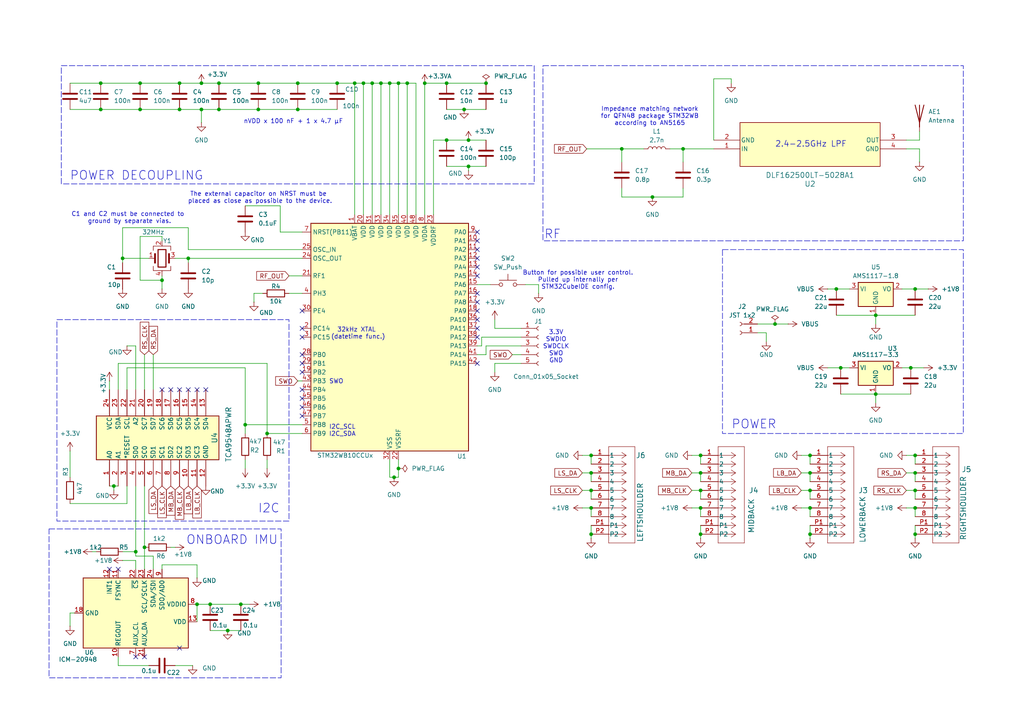
<source format=kicad_sch>
(kicad_sch (version 20231120) (generator "eeschema") (generator_version "8.0")
  (paper "A4")
  (title_block (title "Final Posture Best Motherboard") (date "2024-11-26") (rev "4") (company "FL24C6 / Posture Best") (comment 1 "Anson Bridges"))
  (junction (at 39.37 160.02))
  (junction (at 203.2 147.32))
  (junction (at 243.84 106.68))
  (junction (at 265.43 83.82))
  (junction (at 129.54 24.13))
  (junction (at 74.93 24.13))
  (junction (at 97.79 24.13))
  (junction (at 234.95 154.94))
  (junction (at 58.42 24.13))
  (junction (at 114.3 138.43))
  (junction (at 86.36 24.13))
  (junction (at 234.95 142.24))
  (junction (at 265.43 154.94))
  (junction (at 203.2 142.24))
  (junction (at 113.03 24.13))
  (junction (at 265.43 132.08))
  (junction (at 171.45 154.94))
  (junction (at 63.5 31.75))
  (junction (at 52.07 24.13))
  (junction (at 105.41 24.13))
  (junction (at 189.23 57.15))
  (junction (at 40.64 24.13))
  (junction (at 110.49 24.13))
  (junction (at 224.79 93.98))
  (junction (at 234.95 147.32))
  (junction (at 129.54 40.64))
  (junction (at 198.12 43.18))
  (junction (at 171.45 147.32))
  (junction (at 60.96 175.26))
  (junction (at 180.34 43.18))
  (junction (at 52.07 31.75))
  (junction (at 35.56 74.93))
  (junction (at 66.04 182.88))
  (junction (at 264.16 106.68))
  (junction (at 46.99 81.28))
  (junction (at 265.43 137.16))
  (junction (at 115.57 24.13))
  (junction (at 29.21 31.75))
  (junction (at 40.64 31.75))
  (junction (at 58.42 31.75))
  (junction (at 29.21 24.13))
  (junction (at 102.87 24.13))
  (junction (at 254 91.44))
  (junction (at 265.43 147.32))
  (junction (at 135.89 48.26))
  (junction (at 118.11 24.13))
  (junction (at 242.57 83.82))
  (junction (at 171.45 142.24))
  (junction (at 57.15 175.26))
  (junction (at 74.93 31.75))
  (junction (at 265.43 142.24))
  (junction (at 234.95 132.08))
  (junction (at 107.95 24.13))
  (junction (at 203.2 132.08))
  (junction (at 135.89 40.64))
  (junction (at 115.57 135.89))
  (junction (at 33.02 140.97))
  (junction (at 71.12 123.19))
  (junction (at 171.45 132.08))
  (junction (at 203.2 137.16))
  (junction (at 254 114.3))
  (junction (at 171.45 137.16))
  (junction (at 77.47 125.73))
  (junction (at 134.62 31.75))
  (junction (at 86.36 31.75))
  (junction (at 140.97 24.13))
  (junction (at 41.91 158.75))
  (junction (at 123.19 24.13))
  (junction (at 63.5 24.13))
  (junction (at 203.2 154.94))
  (junction (at 234.95 137.16))
  (junction (at 54.61 74.93))
  (junction (at 69.85 175.26))
  (no_connect (at 39.37 190.5))
  (no_connect (at 138.43 90.17))
  (no_connect (at 138.43 72.39))
  (no_connect (at 87.63 102.87))
  (no_connect (at 87.63 115.57))
  (no_connect (at 31.75 165.1))
  (no_connect (at 138.43 80.01))
  (no_connect (at 87.63 113.03))
  (no_connect (at 138.43 95.25))
  (no_connect (at 52.07 187.96))
  (no_connect (at 138.43 92.71))
  (no_connect (at 57.15 113.03))
  (no_connect (at 138.43 97.79))
  (no_connect (at 138.43 87.63))
  (no_connect (at 46.99 113.03))
  (no_connect (at 41.91 190.5))
  (no_connect (at 138.43 105.41))
  (no_connect (at 34.29 165.1))
  (no_connect (at 54.61 113.03))
  (no_connect (at 59.69 113.03))
  (no_connect (at 87.63 120.65))
  (no_connect (at 138.43 74.93))
  (no_connect (at 87.63 90.17))
  (no_connect (at 138.43 85.09))
  (no_connect (at 138.43 69.85))
  (no_connect (at 52.07 113.03))
  (no_connect (at 49.53 113.03))
  (no_connect (at 87.63 97.79))
  (no_connect (at 138.43 77.47))
  (no_connect (at 87.63 95.25))
  (no_connect (at 138.43 67.31))
  (no_connect (at 87.63 118.11))
  (no_connect (at 87.63 105.41))
  (no_connect (at 87.63 107.95))
  (wire (pts (xy 71.12 106.68) (xy 71.12 123.19)))
  (wire (pts (xy 254 114.3) (xy 254 116.84)))
  (wire (pts (xy 265.43 83.82) (xy 269.24 83.82)))
  (wire (pts (xy 33.02 142.24) (xy 33.02 140.97)))
  (wire (pts (xy 60.96 175.26) (xy 69.85 175.26)))
  (wire (pts (xy 148.59 102.87) (xy 151.13 102.87)))
  (wire (pts (xy 50.8 74.93) (xy 54.61 74.93)))
  (wire (pts (xy 200.66 137.16) (xy 203.2 137.16)))
  (wire (pts (xy 266.7 40.64) (xy 266.7 38.1)))
  (wire (pts (xy 123.19 24.13) (xy 129.54 24.13)))
  (wire (pts (xy 40.64 81.28) (xy 46.99 81.28)))
  (wire (pts (xy 102.87 24.13) (xy 97.79 24.13)))
  (wire (pts (xy 36.83 106.68) (xy 36.83 113.03)))
  (wire (pts (xy 105.41 24.13) (xy 102.87 24.13)))
  (wire (pts (xy 198.12 43.18) (xy 207.01 43.18)))
  (wire (pts (xy 39.37 100.33) (xy 36.83 100.33)))
  (wire (pts (xy 152.4 82.55) (xy 156.21 82.55)))
  (wire (pts (xy 110.49 24.13) (xy 110.49 62.23)))
  (wire (pts (xy 115.57 24.13) (xy 115.57 62.23)))
  (wire (pts (xy 134.62 31.75) (xy 140.97 31.75)))
  (wire (pts (xy 63.5 24.13) (xy 74.93 24.13)))
  (wire (pts (xy 35.56 74.93) (xy 35.56 76.2)))
  (wire (pts (xy 35.56 162.56) (xy 39.37 162.56)))
  (wire (pts (xy 254 91.44) (xy 254 93.98)))
  (wire (pts (xy 29.21 24.13) (xy 40.64 24.13)))
  (wire (pts (xy 39.37 140.97) (xy 39.37 160.02)))
  (wire (pts (xy 74.93 31.75) (xy 86.36 31.75)))
  (wire (pts (xy 44.45 102.87) (xy 44.45 113.03)))
  (wire (pts (xy 180.34 43.18) (xy 186.69 43.18)))
  (wire (pts (xy 83.82 85.09) (xy 87.63 85.09)))
  (wire (pts (xy 58.42 31.75) (xy 58.42 35.56)))
  (wire (pts (xy 115.57 135.89) (xy 115.57 138.43)))
  (wire (pts (xy 171.45 137.16) (xy 171.45 139.7)))
  (wire (pts (xy 180.34 54.61) (xy 180.34 57.15)))
  (wire (pts (xy 262.89 132.08) (xy 265.43 132.08)))
  (wire (pts (xy 41.91 102.87) (xy 41.91 113.03)))
  (wire (pts (xy 261.62 106.68) (xy 264.16 106.68)))
  (wire (pts (xy 54.61 74.93) (xy 54.61 76.2)))
  (wire (pts (xy 143.51 92.71) (xy 143.51 95.25)))
  (wire (pts (xy 60.96 182.88) (xy 66.04 182.88)))
  (wire (pts (xy 156.21 82.55) (xy 156.21 85.09)))
  (wire (pts (xy 54.61 66.04) (xy 54.61 72.39)))
  (wire (pts (xy 52.07 31.75) (xy 58.42 31.75)))
  (wire (pts (xy 168.91 132.08) (xy 171.45 132.08)))
  (wire (pts (xy 58.42 31.75) (xy 63.5 31.75)))
  (wire (pts (xy 29.21 31.75) (xy 40.64 31.75)))
  (wire (pts (xy 265.43 142.24) (xy 265.43 144.78)))
  (wire (pts (xy 57.15 175.26) (xy 57.15 180.34)))
  (wire (pts (xy 242.57 83.82) (xy 246.38 83.82)))
  (wire (pts (xy 129.54 31.75) (xy 134.62 31.75)))
  (wire (pts (xy 113.03 133.35) (xy 113.03 138.43)))
  (wire (pts (xy 168.91 142.24) (xy 171.45 142.24)))
  (wire (pts (xy 71.12 135.89) (xy 71.12 133.35)))
  (wire (pts (xy 35.56 66.04) (xy 35.56 74.93)))
  (wire (pts (xy 265.43 147.32) (xy 265.43 149.86)))
  (wire (pts (xy 66.04 182.88) (xy 69.85 182.88)))
  (wire (pts (xy 58.42 24.13) (xy 63.5 24.13)))
  (wire (pts (xy 20.32 130.81) (xy 20.32 138.43)))
  (wire (pts (xy 261.62 83.82) (xy 265.43 83.82)))
  (wire (pts (xy 234.95 142.24) (xy 234.95 144.78)))
  (wire (pts (xy 87.63 123.19) (xy 71.12 123.19)))
  (wire (pts (xy 20.32 24.13) (xy 29.21 24.13)))
  (wire (pts (xy 57.15 175.26) (xy 60.96 175.26)))
  (wire (pts (xy 41.91 158.75) (xy 41.91 165.1)))
  (wire (pts (xy 33.02 140.97) (xy 31.75 140.97)))
  (wire (pts (xy 262.89 137.16) (xy 265.43 137.16)))
  (wire (pts (xy 168.91 147.32) (xy 171.45 147.32)))
  (wire (pts (xy 107.95 24.13) (xy 107.95 62.23)))
  (wire (pts (xy 34.29 193.04) (xy 43.18 193.04)))
  (wire (pts (xy 129.54 48.26) (xy 135.89 48.26)))
  (wire (pts (xy 46.99 81.28) (xy 46.99 83.82)))
  (wire (pts (xy 198.12 57.15) (xy 198.12 54.61)))
  (wire (pts (xy 102.87 24.13) (xy 102.87 62.23)))
  (wire (pts (xy 71.12 123.19) (xy 71.12 125.73)))
  (wire (pts (xy 232.41 137.16) (xy 234.95 137.16)))
  (wire (pts (xy 77.47 135.89) (xy 77.47 133.35)))
  (wire (pts (xy 262.89 147.32) (xy 265.43 147.32)))
  (wire (pts (xy 171.45 152.4) (xy 171.45 154.94)))
  (wire (pts (xy 135.89 40.64) (xy 140.97 40.64)))
  (wire (pts (xy 222.25 96.52) (xy 222.25 99.06)))
  (wire (pts (xy 171.45 147.32) (xy 171.45 149.86)))
  (wire (pts (xy 73.66 87.63) (xy 73.66 85.09)))
  (wire (pts (xy 33.02 140.97) (xy 34.29 140.97)))
  (wire (pts (xy 265.43 152.4) (xy 265.43 154.94)))
  (wire (pts (xy 234.95 147.32) (xy 234.95 149.86)))
  (wire (pts (xy 232.41 142.24) (xy 234.95 142.24)))
  (wire (pts (xy 20.32 181.61) (xy 20.32 177.8)))
  (wire (pts (xy 26.67 160.02) (xy 27.94 160.02)))
  (wire (pts (xy 74.93 24.13) (xy 86.36 24.13)))
  (wire (pts (xy 180.34 46.99) (xy 180.34 43.18)))
  (wire (pts (xy 118.11 24.13) (xy 120.65 24.13)))
  (wire (pts (xy 171.45 142.24) (xy 171.45 144.78)))
  (wire (pts (xy 77.47 125.73) (xy 87.63 125.73)))
  (wire (pts (xy 200.66 142.24) (xy 203.2 142.24)))
  (wire (pts (xy 254 114.3) (xy 264.16 114.3)))
  (wire (pts (xy 262.89 40.64) (xy 266.7 40.64)))
  (wire (pts (xy 232.41 132.08) (xy 234.95 132.08)))
  (wire (pts (xy 50.8 193.04) (xy 55.88 193.04)))
  (wire (pts (xy 207.01 22.86) (xy 212.09 22.86)))
  (wire (pts (xy 243.84 106.68) (xy 246.38 106.68)))
  (wire (pts (xy 125.73 40.64) (xy 129.54 40.64)))
  (wire (pts (xy 143.51 105.41) (xy 143.51 107.95)))
  (wire (pts (xy 86.36 31.75) (xy 97.79 31.75)))
  (wire (pts (xy 123.19 24.13) (xy 123.19 62.23)))
  (wire (pts (xy 39.37 100.33) (xy 39.37 113.03)))
  (wire (pts (xy 20.32 146.05) (xy 36.83 146.05)))
  (wire (pts (xy 266.7 43.18) (xy 266.7 46.99)))
  (wire (pts (xy 180.34 57.15) (xy 189.23 57.15)))
  (wire (pts (xy 243.84 114.3) (xy 254 114.3)))
  (wire (pts (xy 20.32 31.75) (xy 29.21 31.75)))
  (wire (pts (xy 113.03 24.13) (xy 113.03 62.23)))
  (wire (pts (xy 40.64 24.13) (xy 52.07 24.13)))
  (wire (pts (xy 219.71 96.52) (xy 222.25 96.52)))
  (wire (pts (xy 234.95 154.94) (xy 234.95 156.21)))
  (wire (pts (xy 34.29 105.41) (xy 77.47 105.41)))
  (wire (pts (xy 120.65 24.13) (xy 120.65 62.23)))
  (wire (pts (xy 138.43 102.87) (xy 140.97 102.87)))
  (wire (pts (xy 36.83 106.68) (xy 71.12 106.68)))
  (wire (pts (xy 200.66 132.08) (xy 203.2 132.08)))
  (wire (pts (xy 86.36 24.13) (xy 97.79 24.13)))
  (wire (pts (xy 31.75 110.49) (xy 31.75 113.03)))
  (wire (pts (xy 107.95 24.13) (xy 110.49 24.13)))
  (wire (pts (xy 57.15 163.83) (xy 46.99 163.83)))
  (wire (pts (xy 242.57 91.44) (xy 254 91.44)))
  (wire (pts (xy 81.28 67.31) (xy 87.63 67.31)))
  (wire (pts (xy 34.29 105.41) (xy 34.29 113.03)))
  (wire (pts (xy 171.45 132.08) (xy 171.45 134.62)))
  (wire (pts (xy 46.99 163.83) (xy 46.99 165.1)))
  (wire (pts (xy 113.03 24.13) (xy 115.57 24.13)))
  (wire (pts (xy 234.95 132.08) (xy 234.95 134.62)))
  (wire (pts (xy 73.66 85.09) (xy 76.2 85.09)))
  (wire (pts (xy 262.89 142.24) (xy 265.43 142.24)))
  (wire (pts (xy 105.41 24.13) (xy 107.95 24.13)))
  (wire (pts (xy 139.7 100.33) (xy 139.7 97.79)))
  (wire (pts (xy 203.2 137.16) (xy 203.2 139.7)))
  (wire (pts (xy 81.28 59.69) (xy 81.28 67.31)))
  (wire (pts (xy 265.43 137.16) (xy 265.43 139.7)))
  (wire (pts (xy 118.11 24.13) (xy 118.11 62.23)))
  (wire (pts (xy 168.91 137.16) (xy 171.45 137.16)))
  (wire (pts (xy 203.2 142.24) (xy 203.2 144.78)))
  (wire (pts (xy 46.99 68.58) (xy 46.99 69.85)))
  (wire (pts (xy 170.18 43.18) (xy 180.34 43.18)))
  (wire (pts (xy 77.47 105.41) (xy 77.47 125.73)))
  (wire (pts (xy 254 91.44) (xy 265.43 91.44)))
  (wire (pts (xy 71.12 59.69) (xy 81.28 59.69)))
  (wire (pts (xy 39.37 161.29) (xy 44.45 161.29)))
  (wire (pts (xy 198.12 46.99) (xy 198.12 43.18)))
  (wire (pts (xy 105.41 24.13) (xy 105.41 62.23)))
  (wire (pts (xy 54.61 72.39) (xy 87.63 72.39)))
  (wire (pts (xy 86.36 110.49) (xy 87.63 110.49)))
  (wire (pts (xy 265.43 132.08) (xy 265.43 134.62)))
  (wire (pts (xy 135.89 48.26) (xy 140.97 48.26)))
  (wire (pts (xy 46.99 80.01) (xy 46.99 81.28)))
  (wire (pts (xy 113.03 138.43) (xy 114.3 138.43)))
  (wire (pts (xy 240.03 106.68) (xy 243.84 106.68)))
  (wire (pts (xy 189.23 57.15) (xy 198.12 57.15)))
  (wire (pts (xy 228.6 93.98) (xy 224.79 93.98)))
  (wire (pts (xy 129.54 40.64) (xy 135.89 40.64)))
  (wire (pts (xy 35.56 160.02) (xy 39.37 160.02)))
  (wire (pts (xy 135.89 48.26) (xy 135.89 49.53)))
  (wire (pts (xy 54.61 66.04) (xy 35.56 66.04)))
  (wire (pts (xy 83.82 80.01) (xy 87.63 80.01)))
  (wire (pts (xy 125.73 40.64) (xy 125.73 62.23)))
  (wire (pts (xy 234.95 137.16) (xy 234.95 139.7)))
  (wire (pts (xy 203.2 147.32) (xy 203.2 149.86)))
  (wire (pts (xy 143.51 95.25) (xy 151.13 95.25)))
  (wire (pts (xy 110.49 24.13) (xy 113.03 24.13)))
  (wire (pts (xy 54.61 74.93) (xy 87.63 74.93)))
  (wire (pts (xy 115.57 133.35) (xy 115.57 135.89)))
  (wire (pts (xy 34.29 190.5) (xy 34.29 193.04)))
  (wire (pts (xy 234.95 152.4) (xy 234.95 154.94)))
  (wire (pts (xy 240.03 83.82) (xy 242.57 83.82)))
  (wire (pts (xy 203.2 154.94) (xy 203.2 156.21)))
  (wire (pts (xy 20.32 177.8) (xy 21.59 177.8)))
  (wire (pts (xy 44.45 161.29) (xy 44.45 165.1)))
  (wire (pts (xy 140.97 100.33) (xy 151.13 100.33)))
  (wire (pts (xy 207.01 40.64) (xy 207.01 22.86)))
  (wire (pts (xy 262.89 43.18) (xy 266.7 43.18)))
  (wire (pts (xy 139.7 97.79) (xy 151.13 97.79)))
  (wire (pts (xy 57.15 167.64) (xy 57.15 163.83)))
  (wire (pts (xy 41.91 140.97) (xy 41.91 158.75)))
  (wire (pts (xy 138.43 100.33) (xy 139.7 100.33)))
  (wire (pts (xy 265.43 154.94) (xy 265.43 156.21)))
  (wire (pts (xy 212.09 22.86) (xy 212.09 24.13)))
  (wire (pts (xy 52.07 24.13) (xy 58.42 24.13)))
  (wire (pts (xy 40.64 31.75) (xy 52.07 31.75)))
  (wire (pts (xy 63.5 31.75) (xy 74.93 31.75)))
  (wire (pts (xy 143.51 105.41) (xy 151.13 105.41)))
  (wire (pts (xy 138.43 82.55) (xy 142.24 82.55)))
  (wire (pts (xy 140.97 102.87) (xy 140.97 100.33)))
  (wire (pts (xy 115.57 24.13) (xy 118.11 24.13)))
  (wire (pts (xy 36.83 146.05) (xy 36.83 140.97)))
  (wire (pts (xy 171.45 154.94) (xy 171.45 156.21)))
  (wire (pts (xy 194.31 43.18) (xy 198.12 43.18)))
  (wire (pts (xy 114.3 138.43) (xy 115.57 138.43)))
  (wire (pts (xy 39.37 162.56) (xy 39.37 165.1)))
  (wire (pts (xy 69.85 175.26) (xy 72.39 175.26)))
  (wire (pts (xy 39.37 161.29) (xy 39.37 160.02)))
  (wire (pts (xy 46.99 68.58) (xy 40.64 68.58)))
  (wire (pts (xy 203.2 132.08) (xy 203.2 134.62)))
  (wire (pts (xy 50.8 158.75) (xy 49.53 158.75)))
  (wire (pts (xy 200.66 147.32) (xy 203.2 147.32)))
  (wire (pts (xy 40.64 68.58) (xy 40.64 81.28)))
  (wire (pts (xy 264.16 106.68) (xy 267.97 106.68)))
  (wire (pts (xy 232.41 147.32) (xy 234.95 147.32)))
  (wire (pts (xy 140.97 24.13) (xy 129.54 24.13)))
  (wire (pts (xy 35.56 74.93) (xy 43.18 74.93)))
  (wire (pts (xy 219.71 93.98) (xy 224.79 93.98)))
  (wire (pts (xy 203.2 152.4) (xy 203.2 154.94)))
  (rectangle (start 16.51 92.71) (end 83.82 151.13) (stroke (width 0) (type dash)))
  (rectangle (start 14.224 153.416) (end 81.534 196.596) (stroke (width 0) (type dash)))
  (rectangle (start 209.55 72.39) (end 279.4 125.73) (stroke (width 0) (type dash)))
  (rectangle (start 157.48 19.05) (end 279.4 69.85) (stroke (width 0) (type dash)))
  (rectangle (start 17.78 19.05) (end 154.94 53.34) (stroke (width 0) (type dash)))
  (text "2.4-2.5GHz LPF" (at 235.204 41.91 0) (effects (font (size 1.6764 1.6764))))
  (text "3.3V\nSWDIO\nSWDCLK\nSWO\nGND" (at 161.29 100.584 0) (effects (font (size 1.27 1.27))))
  (text "ONBOARD IMU" (at 67.31 156.718 0) (effects (font (size 2.54 2.54))))
  (text "POWER DECOUPLING" (at 39.624 51.054 0) (effects (font (size 2.54 2.54))))
  (text "32kHz XTAL \n(datetime func.)" (at 103.886 96.774 0) (effects (font (size 1.27 1.27))))
  (text "I2C" (at 77.978 147.574 0) (effects (font (size 2.54 2.54))))
  (text "Impedance matching network\nfor QFN48 package STM32WB\naccording to AN5165" (at 188.468 33.782 0) (effects (font (size 1.27 1.27))))
  (text "RF" (at 160.274 68.072 0) (effects (font (size 2.54 2.54))))
  (text "SWO" (at 97.536 110.744 0) (effects (font (size 1.27 1.27))))
  (text "Button for possible user control.\nPulled up internally per\nSTM32CubeIDE config." (at 167.64 81.28 0) (effects (font (size 1.27 1.27))))
  (text "POWER" (at 218.694 123.19 0) (effects (font (size 2.54 2.54))))
  (text "nVDD x 100 nF + 1 x 4.7 μF" (at 85.09 35.306 0) (effects (font (size 1.27 1.27))))
  (text "C1 and C2 must be connected to\n ground by separate vias." (at 37.084 63.246 0) (effects (font (size 1.27 1.27))))
  (text "The external capacitor on NRST must be \nplaced as close as possible to the device." (at 75.438 57.404 0) (effects (font (size 1.27 1.27))))
  (text "I2C_SCL\nI2C_SDA" (at 99.314 124.968 0) (effects (font (size 1.27 1.27))))
  (global_label "LB_CLK" (shape input) (at 232.41 142.24 180) (property "Intersheetrefs" "${INTERSHEET_REFS}" (effects (hide yes))))
  (global_label "LS_CLK" (shape input) (at 168.91 142.24 180) (property "Intersheetrefs" "${INTERSHEET_REFS}" (effects (hide yes))))
  (global_label "LB_DA" (shape input) (at 54.61 140.97 270) (property "Intersheetrefs" "${INTERSHEET_REFS}" (effects (hide yes))))
  (global_label "RS_DA" (shape input) (at 44.45 102.87 90) (property "Intersheetrefs" "${INTERSHEET_REFS}" (effects (hide yes))))
  (global_label "RS_CLK" (shape input) (at 41.91 102.87 90) (property "Intersheetrefs" "${INTERSHEET_REFS}" (effects (hide yes))))
  (global_label "MB_CLK" (shape input) (at 52.07 140.97 270) (property "Intersheetrefs" "${INTERSHEET_REFS}" (effects (hide yes))))
  (global_label "RS_CLK" (shape input) (at 262.89 142.24 180) (property "Intersheetrefs" "${INTERSHEET_REFS}" (effects (hide yes))))
  (global_label "LB_DA" (shape input) (at 232.41 137.16 180) (property "Intersheetrefs" "${INTERSHEET_REFS}" (effects (hide yes))))
  (global_label "SWO" (shape input) (at 148.59 102.87 180) (property "Intersheetrefs" "${INTERSHEET_REFS}" (effects (hide yes))))
  (global_label "SWO" (shape input) (at 86.36 110.49 180) (property "Intersheetrefs" "${INTERSHEET_REFS}" (effects (hide yes))))
  (global_label "MB_DA" (shape input) (at 49.53 140.97 270) (property "Intersheetrefs" "${INTERSHEET_REFS}" (effects (hide yes))))
  (global_label "RF_OUT" (shape input) (at 83.82 80.01 180) (property "Intersheetrefs" "${INTERSHEET_REFS}" (effects (hide yes))))
  (global_label "LB_CLK" (shape input) (at 57.15 140.97 270) (property "Intersheetrefs" "${INTERSHEET_REFS}" (effects (hide yes))))
  (global_label "MB_CLK" (shape input) (at 200.66 142.24 180) (property "Intersheetrefs" "${INTERSHEET_REFS}" (effects (hide yes))))
  (global_label "RS_DA" (shape input) (at 262.89 137.16 180) (property "Intersheetrefs" "${INTERSHEET_REFS}" (effects (hide yes))))
  (global_label "LS_CLK" (shape input) (at 46.99 140.97 270) (property "Intersheetrefs" "${INTERSHEET_REFS}" (effects (hide yes))))
  (global_label "LS_DA" (shape input) (at 168.91 137.16 180) (property "Intersheetrefs" "${INTERSHEET_REFS}" (effects (hide yes))))
  (global_label "LS_DA" (shape input) (at 44.45 140.97 270) (property "Intersheetrefs" "${INTERSHEET_REFS}" (effects (hide yes))))
  (global_label "RF_OUT" (shape input) (at 170.18 43.18 180) (property "Intersheetrefs" "${INTERSHEET_REFS}" (effects (hide yes))))
  (global_label "MB_DA" (shape input) (at 200.66 137.16 180) (property "Intersheetrefs" "${INTERSHEET_REFS}" (effects (hide yes))))
  (symbol (lib_id "power:GND") (at 143.51 107.95 0) (unit 1)
    (property "Reference" "#PWR017" (effects (hide yes)))
    (property "Value" "GND" (at 143.51 113.03 0))
    (property "Description" "Power symbol creates a global label with name \"GND\" , ground" (effects (hide yes)))
  )
  (symbol (lib_id "2024-11-26_05-58-48:527450897") (at 234.95 132.08 0) (unit 1)
    (property "Reference" "J3" (at 248.92 142.2399 0) (effects (font (size 1.524 1.524)) (justify left)))
    (property "Value" "LOWERBACK" (at 250.19 157.48 90) (effects (font (size 1.524 1.524)) (justify left)))
    (property "Footprint" "external_footprints:CON_527450897_MOL" (effects (hide yes)))
    (property "Datasheet" "527450897" (effects (hide yes)))
  )
  (symbol (lib_id "Device:C") (at 97.79 27.94 0) (unit 1)
    (property "Reference" "C10" (at 100.076 25.908 0) (effects (justify left)))
    (property "Value" "100n" (at 99.314 30.734 0) (effects (justify left)))
    (property "Footprint" "Capacitor_SMD:C_0402_1005Metric" (effects (hide yes)))
    (property "Description" "Unpolarized capacitor" (effects (hide yes)))
  )
  (symbol (lib_id "power:GND") (at 135.89 49.53 0) (unit 1)
    (property "Reference" "#PWR012" (effects (hide yes)))
    (property "Value" "GND" (at 132.08 50.292 0))
    (property "Description" "Power symbol creates a global label with name \"GND\" , ground" (effects (hide yes)))
  )
  (symbol (lib_id "Connector:Conn_01x02_Socket") (at 214.63 96.52 180) (unit 1)
    (property "Reference" "J2" (at 215.265 88.9 0))
    (property "Value" "JST 1x2" (at 215.265 91.44 0))
    (property "Footprint" "Connector_JST:JST_SH_SM02B-SRSS-TB_1x02-1MP_P1.00mm_Horizontal" (effects (hide yes)))
    (property "Description" "Generic connector, single row, 01x02, script generated" (effects (hide yes)))
  )
  (symbol (lib_id "Sensor_Motion:ICM-20948") (at 39.37 177.8 270) (unit 1)
    (property "Reference" "U6" (at 25.908 189.23 90))
    (property "Value" "ICM-20948" (at 22.606 191.262 90))
    (property "Footprint" "Sensor_Motion:InvenSense_QFN-24_3x3mm_P0.4mm" (effects (hide yes)))
    (property "Datasheet" "http://www.invensense.com/wp-content/uploads/2016/06/DS-000189-ICM-20948-v1.3.pdf" (effects (hide yes)))
    (property "Description" "InvenSense 9-Axis Motion Sensor, Accelerometer, Gyroscope, Compass, I2C/SPI, QFN-24" (effects (hide yes)))
  )
  (symbol (lib_id "power:VBUS") (at 240.03 106.68 90) (unit 1)
    (property "Reference" "#PWR023" (effects (hide yes)))
    (property "Value" "VBUS" (at 236.22 106.6799 90) (effects (justify left)))
    (property "Description" "Power symbol creates a global label with name \"VBUS\"" (effects (hide yes)))
  )
  (symbol (lib_id "power:+1V8") (at 168.91 147.32 90) (unit 1)
    (property "Reference" "#PWR053" (effects (hide yes)))
    (property "Value" "+1V8" (at 165.1 147.3199 90) (effects (justify left)))
    (property "Description" "Power symbol creates a global label with name \"+1V8\"" (effects (hide yes)))
  )
  (symbol (lib_id "Device:C") (at 265.43 87.63 0) (unit 1)
    (property "Reference" "C20" (at 269.24 86.3599 0) (effects (justify left)))
    (property "Value" "22u" (at 269.24 88.8999 0) (effects (justify left)))
    (property "Footprint" "Capacitor_SMD:C_0805_2012Metric" (effects (hide yes)))
    (property "Description" "Unpolarized capacitor" (effects (hide yes)))
  )
  (symbol (lib_id "power:GND") (at 59.69 140.97 0) (mirror y) (unit 1)
    (property "Reference" "#PWR044" (effects (hide yes)))
    (property "Value" "GND" (at 62.992 142.494 0))
    (property "Description" "Power symbol creates a global label with name \"GND\" , ground" (effects (hide yes)))
  )
  (symbol (lib_id "power:+3.3V") (at 71.12 135.89 180) (unit 1)
    (property "Reference" "#PWR08" (effects (hide yes)))
    (property "Value" "+3.3V" (at 71.12 140.97 0))
    (property "Description" "Power symbol creates a global label with name \"+3.3V\"" (effects (hide yes)))
  )
  (symbol (lib_id "power:GND") (at 57.15 167.64 0) (unit 1)
    (property "Reference" "#PWR034" (effects (hide yes)))
    (property "Value" "GND" (at 60.706 168.402 0))
    (property "Description" "Power symbol creates a global label with name \"GND\" , ground" (effects (hide yes)))
  )
  (symbol (lib_id "power:PWR_FLAG") (at 115.57 135.89 270) (unit 1)
    (property "Reference" "#FLG03" (effects (hide yes)))
    (property "Value" "PWR_FLAG" (at 119.38 135.8899 90) (effects (justify left)))
    (property "Description" "Special symbol for telling ERC where power comes from" (effects (hide yes)))
  )
  (symbol (lib_id "power:GND") (at 114.3 138.43 0) (unit 1)
    (property "Reference" "#PWR09" (effects (hide yes)))
    (property "Value" "GND" (at 114.3 143.51 0))
    (property "Description" "Power symbol creates a global label with name \"GND\" , ground" (effects (hide yes)))
  )
  (symbol (lib_id "Device:R") (at 20.32 142.24 0) (unit 1)
    (property "Reference" "R3" (at 19.05 138.176 90) (effects (justify left)))
    (property "Value" "4k7" (at 23.114 143.51 90) (effects (justify left)))
    (property "Footprint" "Resistor_SMD:R_0402_1005Metric" (effects (hide yes)))
    (property "Description" "Resistor" (effects (hide yes)))
  )
  (symbol (lib_id "power:GND") (at 55.88 193.04 0) (unit 1)
    (property "Reference" "#PWR031" (effects (hide yes)))
    (property "Value" "GND" (at 60.706 193.802 0))
    (property "Description" "Power symbol creates a global label with name \"GND\" , ground" (effects (hide yes)))
  )
  (symbol (lib_id "power:+1V8") (at 232.41 147.32 90) (unit 1)
    (property "Reference" "#PWR042" (effects (hide yes)))
    (property "Value" "+1V8" (at 228.6 147.3199 90) (effects (justify left)))
    (property "Description" "Power symbol creates a global label with name \"+1V8\"" (effects (hide yes)))
  )
  (symbol (lib_id "Device:C") (at 40.64 27.94 0) (unit 1)
    (property "Reference" "C6" (at 44.45 26.6699 0) (effects (justify left)))
    (property "Value" "100n" (at 44.45 29.2099 0) (effects (justify left)))
    (property "Footprint" "Capacitor_SMD:C_0402_1005Metric" (effects (hide yes)))
    (property "Description" "Unpolarized capacitor" (effects (hide yes)))
  )
  (symbol (lib_id "Device:C") (at 129.54 27.94 0) (unit 1)
    (property "Reference" "C12" (at 133.35 26.6699 0) (effects (justify left)))
    (property "Value" "10n" (at 133.35 29.2099 0) (effects (justify left)))
    (property "Footprint" "Capacitor_SMD:C_0402_1005Metric" (effects (hide yes)))
    (property "Description" "Unpolarized capacitor" (effects (hide yes)))
  )
  (symbol (lib_id "Device:C") (at 140.97 44.45 0) (unit 1)
    (property "Reference" "C15" (at 144.78 43.1799 0) (effects (justify left)))
    (property "Value" "100p" (at 144.78 45.7199 0) (effects (justify left)))
    (property "Footprint" "Capacitor_SMD:C_0402_1005Metric" (effects (hide yes)))
    (property "Description" "Unpolarized capacitor" (effects (hide yes)))
  )
  (symbol (lib_id "power:+3.3V") (at 143.51 92.71 0) (unit 1)
    (property "Reference" "#PWR016" (effects (hide yes)))
    (property "Value" "+3.3V" (at 143.51 87.63 0))
    (property "Description" "Power symbol creates a global label with name \"+3.3V\"" (effects (hide yes)))
  )
  (symbol (lib_id "power:GND") (at 54.61 83.82 0) (unit 1)
    (property "Reference" "#PWR03" (effects (hide yes)))
    (property "Value" "GND" (at 54.61 88.9 0))
    (property "Description" "Power symbol creates a global label with name \"GND\" , ground" (effects (hide yes)))
  )
  (symbol (lib_id "power:+3.3V") (at 31.75 110.49 0) (unit 1)
    (property "Reference" "#PWR026" (effects (hide yes)))
    (property "Value" "+3.3V" (at 29.972 111.252 90))
    (property "Description" "Power symbol creates a global label with name \"+3.3V\"" (effects (hide yes)))
  )
  (symbol (lib_id "power:GND") (at 234.95 156.21 0) (unit 1)
    (property "Reference" "#PWR038" (effects (hide yes)))
    (property "Value" "GND" (at 234.95 161.29 0))
    (property "Description" "Power symbol creates a global label with name \"GND\" , ground" (effects (hide yes)))
  )
  (symbol (lib_id "power:+3.3V") (at 20.32 130.81 0) (unit 1)
    (property "Reference" "#PWR024" (effects (hide yes)))
    (property "Value" "+3.3V" (at 20.32 125.73 0))
    (property "Description" "Power symbol creates a global label with name \"+3.3V\"" (effects (hide yes)))
  )
  (symbol (lib_id "power:+3.3V") (at 58.42 24.13 0) (unit 1)
    (property "Reference" "#PWR046" (effects (hide yes)))
    (property "Value" "+3.3V" (at 62.992 21.59 0))
    (property "Description" "Power symbol creates a global label with name \"+3.3V\"" (effects (hide yes)))
  )
  (symbol (lib_id "power:GND") (at 33.02 142.24 0) (unit 1)
    (property "Reference" "#PWR025" (effects (hide yes)))
    (property "Value" "GND" (at 29.718 143.764 0))
    (property "Description" "Power symbol creates a global label with name \"GND\" , ground" (effects (hide yes)))
  )
  (symbol (lib_id "power:VBUS") (at 240.03 83.82 90) (unit 1)
    (property "Reference" "#PWR027" (effects (hide yes)))
    (property "Value" "VBUS" (at 236.22 83.8199 90) (effects (justify left)))
    (property "Description" "Power symbol creates a global label with name \"VBUS\"" (effects (hide yes)))
  )
  (symbol (lib_id "Device:C") (at 129.54 44.45 0) (unit 1)
    (property "Reference" "C14" (at 133.35 43.1799 0) (effects (justify left)))
    (property "Value" "100n" (at 133.35 45.7199 0) (effects (justify left)))
    (property "Footprint" "Capacitor_SMD:C_0402_1005Metric" (effects (hide yes)))
    (property "Description" "Unpolarized capacitor" (effects (hide yes)))
  )
  (symbol (lib_id "power:PWR_FLAG") (at 224.79 93.98 0) (unit 1)
    (property "Reference" "#FLG04" (effects (hide yes)))
    (property "Value" "PWR_FLAG" (at 224.028 89.662 0))
    (property "Description" "Special symbol for telling ERC where power comes from" (effects (hide yes)))
  )
  (symbol (lib_id "Device:C") (at 264.16 110.49 0) (unit 1)
    (property "Reference" "C18" (at 267.97 109.2199 0) (effects (justify left)))
    (property "Value" "22u" (at 267.97 111.7599 0) (effects (justify left)))
    (property "Footprint" "Capacitor_SMD:C_0805_2012Metric" (effects (hide yes)))
    (property "Description" "Unpolarized capacitor" (effects (hide yes)))
  )
  (symbol (lib_id "Device:Antenna") (at 266.7 33.02 0) (unit 1)
    (property "Reference" "AE1" (at 269.24 32.3849 0) (effects (justify left)))
    (property "Value" "Antenna" (at 269.24 34.9249 0) (effects (justify left)))
    (property "Footprint" "pcb_antenna:meander_antenna_stm32wb10cc" (effects (hide yes)))
    (property "Description" "Antenna" (effects (hide yes)))
  )
  (symbol (lib_id "2024-11-26_05-58-48:527450897") (at 203.2 132.08 0) (unit 1)
    (property "Reference" "J4" (at 217.17 142.2399 0) (effects (font (size 1.524 1.524)) (justify left)))
    (property "Value" "MIDBACK" (at 217.932 154.686 90) (effects (font (size 1.524 1.524)) (justify left)))
    (property "Footprint" "external_footprints:CON_527450897_MOL" (effects (hide yes)))
    (property "Datasheet" "527450897" (effects (hide yes)))
  )
  (symbol (lib_id "2024-11-26_05-58-48:527450897") (at 265.43 132.08 0) (unit 1)
    (property "Reference" "J5" (at 278.892 136.144 0) (effects (font (size 1.524 1.524)) (justify left)))
    (property "Value" "RIGHTSHOULDER" (at 279.4 156.718 90) (effects (font (size 1.524 1.524)) (justify left)))
    (property "Footprint" "external_footprints:CON_527450897_MOL" (effects (hide yes)))
    (property "Datasheet" "527450897" (effects (hide yes)))
  )
  (symbol (lib_id "Device:C") (at 86.36 27.94 0) (unit 1)
    (property "Reference" "C9" (at 90.17 26.6699 0) (effects (justify left)))
    (property "Value" "100n" (at 90.17 29.2099 0) (effects (justify left)))
    (property "Footprint" "Capacitor_SMD:C_0402_1005Metric" (effects (hide yes)))
    (property "Description" "Unpolarized capacitor" (effects (hide yes)))
  )
  (symbol (lib_id "Device:C") (at 20.32 27.94 0) (unit 1)
    (property "Reference" "C11" (at 22.86 26.67 0) (effects (justify left)))
    (property "Value" "4u7" (at 22.86 29.21 0) (effects (justify left)))
    (property "Footprint" "Capacitor_SMD:C_0603_1608Metric" (effects (hide yes)))
    (property "Description" "Unpolarized capacitor" (effects (hide yes)))
  )
  (symbol (lib_id "Device:C") (at 52.07 27.94 0) (unit 1)
    (property "Reference" "C4" (at 55.88 26.6699 0) (effects (justify left)))
    (property "Value" "100n" (at 55.88 29.2099 0) (effects (justify left)))
    (property "Footprint" "Capacitor_SMD:C_0402_1005Metric" (effects (hide yes)))
    (property "Description" "Unpolarized capacitor" (effects (hide yes)))
  )
  (symbol (lib_id "Device:C") (at 242.57 87.63 0) (unit 1)
    (property "Reference" "C21" (at 236.22 86.36 0) (effects (justify left)))
    (property "Value" "22u" (at 236.22 88.9 0) (effects (justify left)))
    (property "Footprint" "Capacitor_SMD:C_0805_2012Metric" (effects (hide yes)))
    (property "Description" "Unpolarized capacitor" (effects (hide yes)))
  )
  (symbol (lib_id "power:GND") (at 20.32 181.61 0) (unit 1)
    (property "Reference" "#PWR030" (effects (hide yes)))
    (property "Value" "GND" (at 20.32 186.69 0))
    (property "Description" "Power symbol creates a global label with name \"GND\" , ground" (effects (hide yes)))
  )
  (symbol (lib_id "power:+3.3V") (at 267.97 106.68 270) (unit 1)
    (property "Reference" "#PWR022" (effects (hide yes)))
    (property "Value" "+3.3V" (at 271.78 106.6799 90) (effects (justify left)))
    (property "Description" "Power symbol creates a global label with name \"+3.3V\"" (effects (hide yes)))
  )
  (symbol (lib_id "Regulator_Linear:AMS1117-3.3") (at 254 106.68 0) (unit 1)
    (property "Reference" "U3" (at 258.826 101.092 0))
    (property "Value" "AMS1117-3.3" (at 254 102.87 0))
    (property "Footprint" "Package_TO_SOT_SMD:SOT-223-3_TabPin2" (effects (hide yes)))
    (property "Datasheet" "http://www.advanced-monolithic.com/pdf/ds1117.pdf" (effects (hide yes)))
    (property "Description" "1A Low Dropout regulator, positive, 3.3V fixed output, SOT-223" (effects (hide yes)))
  )
  (symbol (lib_id "Device:C") (at 69.85 179.07 0) (unit 1)
    (property "Reference" "C24" (at 72.136 177.038 0))
    (property "Value" "0.1u" (at 72.644 181.356 0))
    (property "Footprint" "Capacitor_SMD:C_0402_1005Metric" (effects (hide yes)))
    (property "Description" "Unpolarized capacitor" (effects (hide yes)))
  )
  (symbol (lib_id "Device:C") (at 46.99 193.04 90) (unit 1)
    (property "Reference" "C22" (at 50.292 195.072 90))
    (property "Value" "0.1u" (at 43.18 194.564 90))
    (property "Footprint" "Capacitor_SMD:C_0402_1005Metric" (effects (hide yes)))
    (property "Description" "Unpolarized capacitor" (effects (hide yes)))
  )
  (symbol (lib_id "power:GND") (at 134.62 31.75 0) (unit 1)
    (property "Reference" "#PWR011" (effects (hide yes)))
    (property "Value" "GND" (at 130.556 34.036 0))
    (property "Description" "Power symbol creates a global label with name \"GND\" , ground" (effects (hide yes)))
  )
  (symbol (lib_id "power:+1V8") (at 26.67 160.02 90) (unit 1)
    (property "Reference" "#PWR036" (effects (hide yes)))
    (property "Value" "+1V8" (at 21.082 160.02 90))
    (property "Description" "Power symbol creates a global label with name \"+1V8\"" (effects (hide yes)))
  )
  (symbol (lib_id "power:+1V8") (at 35.56 162.56 90) (unit 1)
    (property "Reference" "#PWR035" (effects (hide yes)))
    (property "Value" "+1V8" (at 29.972 162.56 90))
    (property "Description" "Power symbol creates a global label with name \"+1V8\"" (effects (hide yes)))
  )
  (symbol (lib_id "Device:R") (at 31.75 160.02 270) (unit 1)
    (property "Reference" "R5" (at 34.544 158.75 90) (effects (justify left)))
    (property "Value" "1k2" (at 25.908 158.75 90) (effects (justify left)))
    (property "Footprint" "Resistor_SMD:R_0603_1608Metric" (effects (hide yes)))
    (property "Description" "Resistor" (effects (hide yes)))
  )
  (symbol (lib_id "power:+1V8") (at 262.89 147.32 90) (unit 1)
    (property "Reference" "#PWR048" (effects (hide yes)))
    (property "Value" "+1V8" (at 259.08 147.3199 90) (effects (justify left)))
    (property "Description" "Power symbol creates a global label with name \"+1V8\"" (effects (hide yes)))
  )
  (symbol (lib_id "Device:C") (at 140.97 27.94 0) (unit 1)
    (property "Reference" "C13" (at 144.78 26.6699 0) (effects (justify left)))
    (property "Value" "1u" (at 144.78 29.2099 0) (effects (justify left)))
    (property "Footprint" "Capacitor_SMD:C_0402_1005Metric" (effects (hide yes)))
    (property "Description" "Unpolarized capacitor" (effects (hide yes)))
  )
  (symbol (lib_id "2GHz45_RF_FLT:DLF162500LT-5028A1") (at 207.01 43.18 0) (mirror x) (unit 1)
    (property "Reference" "U2" (at 234.95 53.34 0) (effects (font (size 1.524 1.524))))
    (property "Value" "DLF162500LT-5028A1" (at 234.95 50.8 0) (effects (font (size 1.524 1.524))))
    (property "Footprint" "external_footprints:DLF-4_1P6X0P8" (effects (hide yes)))
    (property "Datasheet" "DLF162500LT-5028A1" (effects (hide yes)))
  )
  (symbol (lib_id "power:GND") (at 46.99 83.82 0) (unit 1)
    (property "Reference" "#PWR01" (effects (hide yes)))
    (property "Value" "GND" (at 46.99 88.9 0))
    (property "Description" "Power symbol creates a global label with name \"GND\" , ground" (effects (hide yes)))
  )
  (symbol (lib_id "Device:C") (at 60.96 179.07 0) (unit 1)
    (property "Reference" "C23" (at 62.992 177.038 0))
    (property "Value" "0.1u" (at 63.754 181.356 0))
    (property "Footprint" "Capacitor_SMD:C_0402_1005Metric" (effects (hide yes)))
    (property "Description" "Unpolarized capacitor" (effects (hide yes)))
  )
  (symbol (lib_id "2024-11-26_05-58-48:527450897") (at 171.45 132.08 0) (unit 1)
    (property "Reference" "J6" (at 184.404 132.08 0) (effects (font (size 1.524 1.524)) (justify left)))
    (property "Value" "LEFTSHOULDER" (at 185.674 157.226 90) (effects (font (size 1.524 1.524)) (justify left)))
    (property "Footprint" "external_footprints:CON_527450897_MOL" (effects (hide yes)))
    (property "Datasheet" "527450897" (effects (hide yes)))
  )
  (symbol (lib_id "power:+3.3VA") (at 123.19 24.13 0) (unit 1)
    (property "Reference" "#PWR018" (effects (hide yes)))
    (property "Value" "+3.3VA" (at 127.508 22.098 0))
    (property "Description" "Power symbol creates a global label with name \"+3.3VA\"" (effects (hide yes)))
  )
  (symbol (lib_id "power:+1V8") (at 269.24 83.82 270) (unit 1)
    (property "Reference" "#PWR020" (effects (hide yes)))
    (property "Value" "+1V8" (at 273.05 83.8199 90) (effects (justify left)))
    (property "Description" "Power symbol creates a global label with name \"+1V8\"" (effects (hide yes)))
  )
  (symbol (lib_id "Device:C") (at 35.56 80.01 0) (unit 1)
    (property "Reference" "C1" (at 30.988 77.47 0) (effects (justify left)))
    (property "Value" "10p" (at 31.242 82.55 0) (effects (justify left)))
    (property "Footprint" "Capacitor_SMD:C_0402_1005Metric" (effects (hide yes)))
    (property "Description" "Unpolarized capacitor" (effects (hide yes)))
  )
  (symbol (lib_id "power:GND") (at 232.41 132.08 270) (unit 1)
    (property "Reference" "#PWR043" (effects (hide yes)))
    (property "Value" "GND" (at 228.6 132.0799 90) (effects (justify right)))
    (property "Description" "Power symbol creates a global label with name \"GND\" , ground" (effects (hide yes)))
  )
  (symbol (lib_id "Device:C") (at 54.61 80.01 0) (unit 1)
    (property "Reference" "C2" (at 58.42 78.7399 0) (effects (justify left)))
    (property "Value" "10p" (at 58.42 81.2799 0) (effects (justify left)))
    (property "Footprint" "Capacitor_SMD:C_0402_1005Metric" (effects (hide yes)))
    (property "Description" "Unpolarized capacitor" (effects (hide yes)))
  )
  (symbol (lib_id "power:GND") (at 212.09 24.13 0) (unit 1)
    (property "Reference" "#PWR013" (effects (hide yes)))
    (property "Value" "GND" (at 212.09 29.21 0))
    (property "Description" "Power symbol creates a global label with name \"GND\" , ground" (effects (hide yes)))
  )
  (symbol (lib_id "Device:C") (at 180.34 50.8 0) (unit 1)
    (property "Reference" "C17" (at 184.15 49.5299 0) (effects (justify left)))
    (property "Value" "0.8p" (at 184.15 52.0699 0) (effects (justify left)))
    (property "Footprint" "Capacitor_SMD:C_0402_1005Metric" (effects (hide yes)))
    (property "Description" "Unpolarized capacitor" (effects (hide yes)))
  )
  (symbol (lib_id "Device:R") (at 80.01 85.09 90) (unit 1)
    (property "Reference" "R4" (at 80.01 83.058 90))
    (property "Value" "10k" (at 80.01 87.376 90))
    (property "Footprint" "Resistor_SMD:R_0402_1005Metric" (effects (hide yes)))
    (property "Description" "Resistor" (effects (hide yes)))
  )
  (symbol (lib_id "Device:Crystal_GND24") (at 46.99 74.93 0) (unit 1)
    (property "Reference" "Y1" (at 48.514 69.85 0))
    (property "Value" "32MHz" (at 44.45 67.31 0))
    (property "Footprint" "Crystal:Crystal_SMD_2016-4Pin_2.0x1.6mm" (effects (hide yes)))
    (property "Description" "Four pin crystal, GND on pins 2 and 4" (effects (hide yes)))
  )
  (symbol (lib_id "Regulator_Linear:AMS1117-1.8") (at 254 83.82 0) (unit 1)
    (property "Reference" "U5" (at 254 77.47 0))
    (property "Value" "AMS1117-1.8" (at 254 80.01 0))
    (property "Footprint" "Package_TO_SOT_SMD:SOT-223-3_TabPin2" (effects (hide yes)))
    (property "Datasheet" "http://www.advanced-monolithic.com/pdf/ds1117.pdf" (effects (hide yes)))
    (property "Description" "1A Low Dropout regulator, positive, 1.8V fixed output, SOT-223" (effects (hide yes)))
  )
  (symbol (lib_id "power:GND") (at 36.83 100.33 0) (unit 1)
    (property "Reference" "#PWR05" (effects (hide yes)))
    (property "Value" "GND" (at 33.528 102.108 0))
    (property "Description" "Power symbol creates a global label with name \"GND\" , ground" (effects (hide yes)))
  )
  (symbol (lib_id "Device:R") (at 71.12 129.54 180) (unit 1)
    (property "Reference" "R2" (at 75.184 130.556 0) (effects (justify left)))
    (property "Value" "4k7" (at 75.946 128.016 0) (effects (justify left)))
    (property "Footprint" "Resistor_SMD:R_0603_1608Metric" (effects (hide yes)))
    (property "Description" "Resistor" (effects (hide yes)))
  )
  (symbol (lib_id "power:GND") (at 66.04 182.88 0) (unit 1)
    (property "Reference" "#PWR033" (effects (hide yes)))
    (property "Value" "GND" (at 70.866 183.642 0))
    (property "Description" "Power symbol creates a global label with name \"GND\" , ground" (effects (hide yes)))
  )
  (symbol (lib_id "power:GND") (at 71.12 67.31 0) (unit 1)
    (property "Reference" "#PWR04" (effects (hide yes)))
    (property "Value" "GND" (at 74.676 69.596 0))
    (property "Description" "Power symbol creates a global label with name \"GND\" , ground" (effects (hide yes)))
  )
  (symbol (lib_id "power:+3.3V") (at 77.47 135.89 180) (unit 1)
    (property "Reference" "#PWR07" (effects (hide yes)))
    (property "Value" "+3.3V" (at 77.47 140.97 0))
    (property "Description" "Power symbol creates a global label with name \"+3.3V\"" (effects (hide yes)))
  )
  (symbol (lib_id "power:GND") (at 73.66 87.63 0) (unit 1)
    (property "Reference" "#PWR06" (effects (hide yes)))
    (property "Value" "GND" (at 77.216 90.678 0))
    (property "Description" "Power symbol creates a global label with name \"GND\" , ground" (effects (hide yes)))
  )
  (symbol (lib_id "Device:C") (at 29.21 27.94 0) (unit 1)
    (property "Reference" "C7" (at 33.02 26.6699 0) (effects (justify left)))
    (property "Value" "100n" (at 33.02 29.2099 0) (effects (justify left)))
    (property "Footprint" "Capacitor_SMD:C_0402_1005Metric" (effects (hide yes)))
    (property "Description" "Unpolarized capacitor" (effects (hide yes)))
  )
  (symbol (lib_id "power:GND") (at 168.91 132.08 270) (unit 1)
    (property "Reference" "#PWR052" (effects (hide yes)))
    (property "Value" "GND" (at 165.1 132.0799 90) (effects (justify right)))
    (property "Description" "Power symbol creates a global label with name \"GND\" , ground" (effects (hide yes)))
  )
  (symbol (lib_id "MCU_ST_STM32WB:STM32WB10CCUx") (at 113.03 97.79 0) (unit 1)
    (property "Reference" "U1" (at 132.588 132.334 0) (effects (justify left)))
    (property "Value" "STM32WB10CCUx" (at 91.948 132.08 0) (effects (justify left)))
    (property "Footprint" "Package_DFN_QFN:QFN-48-1EP_7x7mm_P0.5mm_EP5.6x5.6mm" (effects (hide yes)))
    (property "Datasheet" "https://www.st.com/resource/en/datasheet/stm32wb10cc.pdf" (effects (hide yes)))
    (property "Description" "STMicroelectronics Arm Cortex-M4 MCU, 320KB flash, 48KB RAM, 64 MHz, 2.0-3.6V, 30 GPIO, UFQFPN48" (effects (hide yes)))
  )
  (symbol (lib_id "power:+1V8") (at 72.39 175.26 270) (unit 1)
    (property "Reference" "#PWR032" (effects (hide yes)))
    (property "Value" "+1V8" (at 76.2 175.2599 90) (effects (justify left)))
    (property "Description" "Power symbol creates a global label with name \"+1V8\"" (effects (hide yes)))
  )
  (symbol (lib_id "Device:C") (at 243.84 110.49 0) (mirror y) (unit 1)
    (property "Reference" "C19" (at 240.03 109.2199 0) (effects (justify left)))
    (property "Value" "22u" (at 240.03 111.7599 0) (effects (justify left)))
    (property "Footprint" "Capacitor_SMD:C_0805_2012Metric" (effects (hide yes)))
    (property "Description" "Unpolarized capacitor" (effects (hide yes)))
  )
  (symbol (lib_id "power:GND") (at 203.2 156.21 0) (unit 1)
    (property "Reference" "#PWR039" (effects (hide yes)))
    (property "Value" "GND" (at 203.2 161.29 0))
    (property "Description" "Power symbol creates a global label with name \"GND\" , ground" (effects (hide yes)))
  )
  (symbol (lib_id "power:GND") (at 189.23 57.15 0) (unit 1)
    (property "Reference" "#PWR015" (effects (hide yes)))
    (property "Value" "GND" (at 189.23 62.23 0))
    (property "Description" "Power symbol creates a global label with name \"GND\" , ground" (effects (hide yes)))
  )
  (symbol (lib_id "Device:R") (at 77.47 129.54 180) (unit 1)
    (property "Reference" "R1" (at 82.804 130.81 0) (effects (justify left)))
    (property "Value" "4k7" (at 82.804 128.27 0) (effects (justify left)))
    (property "Footprint" "Resistor_SMD:R_0603_1608Metric" (effects (hide yes)))
    (property "Description" "Resistor" (effects (hide yes)))
  )
  (symbol (lib_id "power:GND") (at 222.25 99.06 0) (unit 1)
    (property "Reference" "#PWR028" (effects (hide yes)))
    (property "Value" "GND" (at 222.25 102.87 0))
    (property "Description" "Power symbol creates a global label with name \"GND\" , ground" (effects (hide yes)))
  )
  (symbol (lib_id "power:+1V8") (at 200.66 147.32 90) (unit 1)
    (property "Reference" "#PWR051" (effects (hide yes)))
    (property "Value" "+1V8" (at 196.85 147.3199 90) (effects (justify left)))
    (property "Description" "Power symbol creates a global label with name \"+1V8\"" (effects (hide yes)))
  )
  (symbol (lib_id "power:GND") (at 200.66 132.08 270) (unit 1)
    (property "Reference" "#PWR050" (effects (hide yes)))
    (property "Value" "GND" (at 196.85 132.0799 90) (effects (justify right)))
    (property "Description" "Power symbol creates a global label with name \"GND\" , ground" (effects (hide yes)))
  )
  (symbol (lib_id "Device:C") (at 74.93 27.94 0) (unit 1)
    (property "Reference" "C8" (at 78.74 26.6699 0) (effects (justify left)))
    (property "Value" "100n" (at 78.74 29.2099 0) (effects (justify left)))
    (property "Footprint" "Capacitor_SMD:C_0402_1005Metric" (effects (hide yes)))
    (property "Description" "Unpolarized capacitor" (effects (hide yes)))
  )
  (symbol (lib_id "power:GND") (at 156.21 85.09 0) (unit 1)
    (property "Reference" "#PWR045" (effects (hide yes)))
    (property "Value" "GND" (at 156.21 90.17 0))
    (property "Description" "Power symbol creates a global label with name \"GND\" , ground" (effects (hide yes)))
  )
  (symbol (lib_id "power:GND") (at 262.89 132.08 270) (unit 1)
    (property "Reference" "#PWR049" (effects (hide yes)))
    (property "Value" "GND" (at 259.08 132.0799 90) (effects (justify right)))
    (property "Description" "Power symbol creates a global label with name \"GND\" , ground" (effects (hide yes)))
  )
  (symbol (lib_id "Device:C") (at 198.12 50.8 0) (unit 1)
    (property "Reference" "C16" (at 201.93 49.5299 0) (effects (justify left)))
    (property "Value" "0.3p" (at 201.93 52.0699 0) (effects (justify left)))
    (property "Footprint" "Capacitor_SMD:C_0402_1005Metric" (effects (hide yes)))
    (property "Description" "Unpolarized capacitor" (effects (hide yes)))
  )
  (symbol (lib_id "Device:C") (at 71.12 63.5 0) (unit 1)
    (property "Reference" "C3" (at 74.93 62.2299 0) (effects (justify left)))
    (property "Value" "0.1uF" (at 74.93 64.7699 0) (effects (justify left)))
    (property "Footprint" "Capacitor_SMD:C_0402_1005Metric" (effects (hide yes)))
    (property "Description" "Unpolarized capacitor" (effects (hide yes)))
  )
  (symbol (lib_id "Device:L") (at 190.5 43.18 90) (unit 1)
    (property "Reference" "L1" (at 190.5 38.1 90))
    (property "Value" "2.7n" (at 190.5 40.64 90))
    (property "Footprint" "Inductor_SMD:L_0402_1005Metric" (effects (hide yes)))
    (property "Description" "Inductor" (effects (hide yes)))
  )
  (symbol (lib_id "power:+3.3V") (at 135.89 40.64 0) (unit 1)
    (property "Reference" "#PWR047" (effects (hide yes)))
    (property "Value" "+3.3V" (at 140.462 38.1 0))
    (property "Description" "Power symbol creates a global label with name \"+3.3V\"" (effects (hide yes)))
  )
  (symbol (lib_id "Switch:SW_Push") (at 147.32 82.55 0) (unit 1)
    (property "Reference" "SW2" (at 147.32 74.93 0))
    (property "Value" "SW_Push" (at 147.32 77.47 0))
    (property "Footprint" "Button_Switch_SMD:SW_Push_1P1T-SH_NO_CK_KMR2xxG" (effects (hide yes)))
    (property "Description" "Push button switch, generic, two pins" (effects (hide yes)))
  )
  (symbol (lib_id "power:+1V8") (at 50.8 158.75 270) (unit 1)
    (property "Reference" "#PWR037" (effects (hide yes)))
    (property "Value" "+1V8" (at 53.086 160.782 90))
    (property "Description" "Power symbol creates a global label with name \"+1V8\"" (effects (hide yes)))
  )
  (symbol (lib_id "power:GND") (at 58.42 35.56 0) (unit 1)
    (property "Reference" "#PWR010" (effects (hide yes)))
    (property "Value" "GND" (at 58.42 40.64 0))
    (property "Description" "Power symbol creates a global label with name \"GND\" , ground" (effects (hide yes)))
  )
  (symbol (lib_id "Device:R") (at 45.72 158.75 90) (unit 1)
    (property "Reference" "R6" (at 48.006 161.29 90) (effects (justify left)))
    (property "Value" "1k2" (at 48.006 156.21 90) (effects (justify left)))
    (property "Footprint" "Resistor_SMD:R_0603_1608Metric" (effects (hide yes)))
    (property "Description" "Resistor" (effects (hide yes)))
  )
  (symbol (lib_id "power:VBUS") (at 228.6 93.98 270) (unit 1)
    (property "Reference" "#PWR029" (effects (hide yes)))
    (property "Value" "VBUS" (at 232.41 93.9799 90) (effects (justify left)))
    (property "Description" "Power symbol creates a global label with name \"VBUS\"" (effects (hide yes)))
  )
  (symbol (lib_id "power:GND") (at 266.7 46.99 0) (unit 1)
    (property "Reference" "#PWR014" (effects (hide yes)))
    (property "Value" "GND" (at 266.7 52.07 0))
    (property "Description" "Power symbol creates a global label with name \"GND\" , ground" (effects (hide yes)))
  )
  (symbol (lib_id "power:GND") (at 254 93.98 0) (unit 1)
    (property "Reference" "#PWR019" (effects (hide yes)))
    (property "Value" "GND" (at 254 97.79 0))
    (property "Description" "Power symbol creates a global label with name \"GND\" , ground" (effects (hide yes)))
  )
  (symbol (lib_id "Device:C") (at 63.5 27.94 0) (unit 1)
    (property "Reference" "C5" (at 67.31 26.6699 0) (effects (justify left)))
    (property "Value" "100n" (at 67.31 29.2099 0) (effects (justify left)))
    (property "Footprint" "Capacitor_SMD:C_0402_1005Metric" (effects (hide yes)))
    (property "Description" "Unpolarized capacitor" (effects (hide yes)))
  )
  (symbol (lib_id "power:GND") (at 171.45 156.21 0) (unit 1)
    (property "Reference" "#PWR041" (effects (hide yes)))
    (property "Value" "GND" (at 171.45 161.29 0))
    (property "Description" "Power symbol creates a global label with name \"GND\" , ground" (effects (hide yes)))
  )
  (symbol (lib_id "power:PWR_FLAG") (at 140.97 24.13 0) (unit 1)
    (property "Reference" "#FLG01" (effects (hide yes)))
    (property "Value" "PWR_FLAG" (at 148.082 22.098 0))
    (property "Description" "Special symbol for telling ERC where power comes from" (effects (hide yes)))
  )
  (symbol (lib_id "power:GND") (at 265.43 156.21 0) (unit 1)
    (property "Reference" "#PWR040" (effects (hide yes)))
    (property "Value" "GND" (at 265.43 161.29 0))
    (property "Description" "Power symbol creates a global label with name \"GND\" , ground" (effects (hide yes)))
  )
  (symbol (lib_id "power:GND") (at 35.56 83.82 0) (unit 1)
    (property "Reference" "#PWR02" (effects (hide yes)))
    (property "Value" "GND" (at 35.56 88.9 0))
    (property "Description" "Power symbol creates a global label with name \"GND\" , ground" (effects (hide yes)))
  )
  (symbol (lib_id "2024-09-17_00-23-00:TCA9548APWR") (at 31.75 158.75 90) (unit 1)
    (property "Reference" "U4" (at 62.23 127 0) (effects (font (size 1.524 1.524))))
    (property "Value" "TCA9548APWR" (at 66.294 125.984 0) (effects (font (size 1.524 1.524))))
    (property "Footprint" "external_footprints:PW24_TEX" (effects (hide yes)))
    (property "Datasheet" "TCA9548APWR" (effects (hide yes)))
  )
  (symbol (lib_id "Connector:Conn_01x05_Socket") (at 156.21 100.33 0) (unit 1)
    (property "Reference" "J1" (at 154.94 93.218 0) (effects (justify left)))
    (property "Value" "Conn_01x05_Socket" (at 148.844 109.22 0) (effects (justify left)))
    (property "Footprint" "Connector_PinSocket_2.54mm:PinSocket_1x05_P2.54mm_Horizontal" (effects (hide yes)))
    (property "Description" "Generic connector, single row, 01x05, script generated" (effects (hide yes)))
  )
  (symbol (lib_id "power:GND") (at 254 116.84 0) (unit 1)
    (property "Reference" "#PWR021" (effects (hide yes)))
    (property "Value" "GND" (at 254 121.92 0))
    (property "Description" "Power symbol creates a global label with name \"GND\" , ground" (effects (hide yes)))
  )
)
</source>
